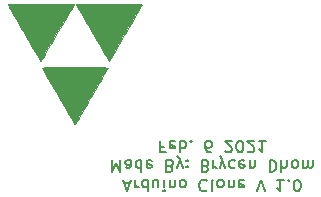
<source format=gbo>
%TF.GenerationSoftware,KiCad,Pcbnew,(5.1.6)-1*%
%TF.CreationDate,2021-02-06T14:44:40-06:00*%
%TF.ProjectId,Arduino_Clone,41726475-696e-46f5-9f43-6c6f6e652e6b,V 1.0*%
%TF.SameCoordinates,Original*%
%TF.FileFunction,Legend,Bot*%
%TF.FilePolarity,Positive*%
%FSLAX46Y46*%
G04 Gerber Fmt 4.6, Leading zero omitted, Abs format (unit mm)*
G04 Created by KiCad (PCBNEW (5.1.6)-1) date 2021-02-06 14:44:40*
%MOMM*%
%LPD*%
G01*
G04 APERTURE LIST*
%ADD10C,0.150000*%
%ADD11C,0.010000*%
G04 APERTURE END LIST*
D10*
X113451619Y-88732333D02*
X113927809Y-88732333D01*
X113356380Y-88446619D02*
X113689714Y-89446619D01*
X114023047Y-88446619D01*
X114356380Y-88446619D02*
X114356380Y-89113285D01*
X114356380Y-88922809D02*
X114404000Y-89018047D01*
X114451619Y-89065666D01*
X114546857Y-89113285D01*
X114642095Y-89113285D01*
X115404000Y-88446619D02*
X115404000Y-89446619D01*
X115404000Y-88494238D02*
X115308761Y-88446619D01*
X115118285Y-88446619D01*
X115023047Y-88494238D01*
X114975428Y-88541857D01*
X114927809Y-88637095D01*
X114927809Y-88922809D01*
X114975428Y-89018047D01*
X115023047Y-89065666D01*
X115118285Y-89113285D01*
X115308761Y-89113285D01*
X115404000Y-89065666D01*
X116308761Y-89113285D02*
X116308761Y-88446619D01*
X115880190Y-89113285D02*
X115880190Y-88589476D01*
X115927809Y-88494238D01*
X116023047Y-88446619D01*
X116165904Y-88446619D01*
X116261142Y-88494238D01*
X116308761Y-88541857D01*
X116784952Y-88446619D02*
X116784952Y-89113285D01*
X116784952Y-89446619D02*
X116737333Y-89399000D01*
X116784952Y-89351380D01*
X116832571Y-89399000D01*
X116784952Y-89446619D01*
X116784952Y-89351380D01*
X117261142Y-89113285D02*
X117261142Y-88446619D01*
X117261142Y-89018047D02*
X117308761Y-89065666D01*
X117404000Y-89113285D01*
X117546857Y-89113285D01*
X117642095Y-89065666D01*
X117689714Y-88970428D01*
X117689714Y-88446619D01*
X118308761Y-88446619D02*
X118213523Y-88494238D01*
X118165904Y-88541857D01*
X118118285Y-88637095D01*
X118118285Y-88922809D01*
X118165904Y-89018047D01*
X118213523Y-89065666D01*
X118308761Y-89113285D01*
X118451619Y-89113285D01*
X118546857Y-89065666D01*
X118594476Y-89018047D01*
X118642095Y-88922809D01*
X118642095Y-88637095D01*
X118594476Y-88541857D01*
X118546857Y-88494238D01*
X118451619Y-88446619D01*
X118308761Y-88446619D01*
X120404000Y-88541857D02*
X120356380Y-88494238D01*
X120213523Y-88446619D01*
X120118285Y-88446619D01*
X119975428Y-88494238D01*
X119880190Y-88589476D01*
X119832571Y-88684714D01*
X119784952Y-88875190D01*
X119784952Y-89018047D01*
X119832571Y-89208523D01*
X119880190Y-89303761D01*
X119975428Y-89399000D01*
X120118285Y-89446619D01*
X120213523Y-89446619D01*
X120356380Y-89399000D01*
X120404000Y-89351380D01*
X120975428Y-88446619D02*
X120880190Y-88494238D01*
X120832571Y-88589476D01*
X120832571Y-89446619D01*
X121499238Y-88446619D02*
X121404000Y-88494238D01*
X121356380Y-88541857D01*
X121308761Y-88637095D01*
X121308761Y-88922809D01*
X121356380Y-89018047D01*
X121404000Y-89065666D01*
X121499238Y-89113285D01*
X121642095Y-89113285D01*
X121737333Y-89065666D01*
X121784952Y-89018047D01*
X121832571Y-88922809D01*
X121832571Y-88637095D01*
X121784952Y-88541857D01*
X121737333Y-88494238D01*
X121642095Y-88446619D01*
X121499238Y-88446619D01*
X122261142Y-89113285D02*
X122261142Y-88446619D01*
X122261142Y-89018047D02*
X122308761Y-89065666D01*
X122404000Y-89113285D01*
X122546857Y-89113285D01*
X122642095Y-89065666D01*
X122689714Y-88970428D01*
X122689714Y-88446619D01*
X123546857Y-88494238D02*
X123451619Y-88446619D01*
X123261142Y-88446619D01*
X123165904Y-88494238D01*
X123118285Y-88589476D01*
X123118285Y-88970428D01*
X123165904Y-89065666D01*
X123261142Y-89113285D01*
X123451619Y-89113285D01*
X123546857Y-89065666D01*
X123594476Y-88970428D01*
X123594476Y-88875190D01*
X123118285Y-88779952D01*
X124642095Y-89446619D02*
X124975428Y-88446619D01*
X125308761Y-89446619D01*
X126927809Y-88446619D02*
X126356380Y-88446619D01*
X126642095Y-88446619D02*
X126642095Y-89446619D01*
X126546857Y-89303761D01*
X126451619Y-89208523D01*
X126356380Y-89160904D01*
X127356380Y-88541857D02*
X127404000Y-88494238D01*
X127356380Y-88446619D01*
X127308761Y-88494238D01*
X127356380Y-88541857D01*
X127356380Y-88446619D01*
X128023047Y-89446619D02*
X128118285Y-89446619D01*
X128213523Y-89399000D01*
X128261142Y-89351380D01*
X128308761Y-89256142D01*
X128356380Y-89065666D01*
X128356380Y-88827571D01*
X128308761Y-88637095D01*
X128261142Y-88541857D01*
X128213523Y-88494238D01*
X128118285Y-88446619D01*
X128023047Y-88446619D01*
X127927809Y-88494238D01*
X127880190Y-88541857D01*
X127832571Y-88637095D01*
X127784952Y-88827571D01*
X127784952Y-89065666D01*
X127832571Y-89256142D01*
X127880190Y-89351380D01*
X127927809Y-89399000D01*
X128023047Y-89446619D01*
X112404000Y-86796619D02*
X112404000Y-87796619D01*
X112737333Y-87082333D01*
X113070666Y-87796619D01*
X113070666Y-86796619D01*
X113975428Y-86796619D02*
X113975428Y-87320428D01*
X113927809Y-87415666D01*
X113832571Y-87463285D01*
X113642095Y-87463285D01*
X113546857Y-87415666D01*
X113975428Y-86844238D02*
X113880190Y-86796619D01*
X113642095Y-86796619D01*
X113546857Y-86844238D01*
X113499238Y-86939476D01*
X113499238Y-87034714D01*
X113546857Y-87129952D01*
X113642095Y-87177571D01*
X113880190Y-87177571D01*
X113975428Y-87225190D01*
X114880190Y-86796619D02*
X114880190Y-87796619D01*
X114880190Y-86844238D02*
X114784952Y-86796619D01*
X114594476Y-86796619D01*
X114499238Y-86844238D01*
X114451619Y-86891857D01*
X114404000Y-86987095D01*
X114404000Y-87272809D01*
X114451619Y-87368047D01*
X114499238Y-87415666D01*
X114594476Y-87463285D01*
X114784952Y-87463285D01*
X114880190Y-87415666D01*
X115737333Y-86844238D02*
X115642095Y-86796619D01*
X115451619Y-86796619D01*
X115356380Y-86844238D01*
X115308761Y-86939476D01*
X115308761Y-87320428D01*
X115356380Y-87415666D01*
X115451619Y-87463285D01*
X115642095Y-87463285D01*
X115737333Y-87415666D01*
X115784952Y-87320428D01*
X115784952Y-87225190D01*
X115308761Y-87129952D01*
X117308761Y-87320428D02*
X117451619Y-87272809D01*
X117499238Y-87225190D01*
X117546857Y-87129952D01*
X117546857Y-86987095D01*
X117499238Y-86891857D01*
X117451619Y-86844238D01*
X117356380Y-86796619D01*
X116975428Y-86796619D01*
X116975428Y-87796619D01*
X117308761Y-87796619D01*
X117404000Y-87749000D01*
X117451619Y-87701380D01*
X117499238Y-87606142D01*
X117499238Y-87510904D01*
X117451619Y-87415666D01*
X117404000Y-87368047D01*
X117308761Y-87320428D01*
X116975428Y-87320428D01*
X117880190Y-87463285D02*
X118118285Y-86796619D01*
X118356380Y-87463285D02*
X118118285Y-86796619D01*
X118023047Y-86558523D01*
X117975428Y-86510904D01*
X117880190Y-86463285D01*
X118737333Y-86891857D02*
X118784952Y-86844238D01*
X118737333Y-86796619D01*
X118689714Y-86844238D01*
X118737333Y-86891857D01*
X118737333Y-86796619D01*
X118737333Y-87415666D02*
X118784952Y-87368047D01*
X118737333Y-87320428D01*
X118689714Y-87368047D01*
X118737333Y-87415666D01*
X118737333Y-87320428D01*
X120308761Y-87320428D02*
X120451619Y-87272809D01*
X120499238Y-87225190D01*
X120546857Y-87129952D01*
X120546857Y-86987095D01*
X120499238Y-86891857D01*
X120451619Y-86844238D01*
X120356380Y-86796619D01*
X119975428Y-86796619D01*
X119975428Y-87796619D01*
X120308761Y-87796619D01*
X120404000Y-87749000D01*
X120451619Y-87701380D01*
X120499238Y-87606142D01*
X120499238Y-87510904D01*
X120451619Y-87415666D01*
X120404000Y-87368047D01*
X120308761Y-87320428D01*
X119975428Y-87320428D01*
X120975428Y-86796619D02*
X120975428Y-87463285D01*
X120975428Y-87272809D02*
X121023047Y-87368047D01*
X121070666Y-87415666D01*
X121165904Y-87463285D01*
X121261142Y-87463285D01*
X121499238Y-87463285D02*
X121737333Y-86796619D01*
X121975428Y-87463285D02*
X121737333Y-86796619D01*
X121642095Y-86558523D01*
X121594476Y-86510904D01*
X121499238Y-86463285D01*
X122784952Y-86844238D02*
X122689714Y-86796619D01*
X122499238Y-86796619D01*
X122404000Y-86844238D01*
X122356380Y-86891857D01*
X122308761Y-86987095D01*
X122308761Y-87272809D01*
X122356380Y-87368047D01*
X122404000Y-87415666D01*
X122499238Y-87463285D01*
X122689714Y-87463285D01*
X122784952Y-87415666D01*
X123594476Y-86844238D02*
X123499238Y-86796619D01*
X123308761Y-86796619D01*
X123213523Y-86844238D01*
X123165904Y-86939476D01*
X123165904Y-87320428D01*
X123213523Y-87415666D01*
X123308761Y-87463285D01*
X123499238Y-87463285D01*
X123594476Y-87415666D01*
X123642095Y-87320428D01*
X123642095Y-87225190D01*
X123165904Y-87129952D01*
X124070666Y-87463285D02*
X124070666Y-86796619D01*
X124070666Y-87368047D02*
X124118285Y-87415666D01*
X124213523Y-87463285D01*
X124356380Y-87463285D01*
X124451619Y-87415666D01*
X124499238Y-87320428D01*
X124499238Y-86796619D01*
X125737333Y-86796619D02*
X125737333Y-87796619D01*
X125975428Y-87796619D01*
X126118285Y-87749000D01*
X126213523Y-87653761D01*
X126261142Y-87558523D01*
X126308761Y-87368047D01*
X126308761Y-87225190D01*
X126261142Y-87034714D01*
X126213523Y-86939476D01*
X126118285Y-86844238D01*
X125975428Y-86796619D01*
X125737333Y-86796619D01*
X126737333Y-86796619D02*
X126737333Y-87796619D01*
X127165904Y-86796619D02*
X127165904Y-87320428D01*
X127118285Y-87415666D01*
X127023047Y-87463285D01*
X126880190Y-87463285D01*
X126784952Y-87415666D01*
X126737333Y-87368047D01*
X127784952Y-86796619D02*
X127689714Y-86844238D01*
X127642095Y-86891857D01*
X127594476Y-86987095D01*
X127594476Y-87272809D01*
X127642095Y-87368047D01*
X127689714Y-87415666D01*
X127784952Y-87463285D01*
X127927809Y-87463285D01*
X128023047Y-87415666D01*
X128070666Y-87368047D01*
X128118285Y-87272809D01*
X128118285Y-86987095D01*
X128070666Y-86891857D01*
X128023047Y-86844238D01*
X127927809Y-86796619D01*
X127784952Y-86796619D01*
X128546857Y-86796619D02*
X128546857Y-87463285D01*
X128546857Y-87368047D02*
X128594476Y-87415666D01*
X128689714Y-87463285D01*
X128832571Y-87463285D01*
X128927809Y-87415666D01*
X128975428Y-87320428D01*
X128975428Y-86796619D01*
X128975428Y-87320428D02*
X129023047Y-87415666D01*
X129118285Y-87463285D01*
X129261142Y-87463285D01*
X129356380Y-87415666D01*
X129404000Y-87320428D01*
X129404000Y-86796619D01*
X116784952Y-85670428D02*
X116451619Y-85670428D01*
X116451619Y-85146619D02*
X116451619Y-86146619D01*
X116927809Y-86146619D01*
X117689714Y-85194238D02*
X117594476Y-85146619D01*
X117404000Y-85146619D01*
X117308761Y-85194238D01*
X117261142Y-85289476D01*
X117261142Y-85670428D01*
X117308761Y-85765666D01*
X117404000Y-85813285D01*
X117594476Y-85813285D01*
X117689714Y-85765666D01*
X117737333Y-85670428D01*
X117737333Y-85575190D01*
X117261142Y-85479952D01*
X118165904Y-85146619D02*
X118165904Y-86146619D01*
X118165904Y-85765666D02*
X118261142Y-85813285D01*
X118451619Y-85813285D01*
X118546857Y-85765666D01*
X118594476Y-85718047D01*
X118642095Y-85622809D01*
X118642095Y-85337095D01*
X118594476Y-85241857D01*
X118546857Y-85194238D01*
X118451619Y-85146619D01*
X118261142Y-85146619D01*
X118165904Y-85194238D01*
X119070666Y-85241857D02*
X119118285Y-85194238D01*
X119070666Y-85146619D01*
X119023047Y-85194238D01*
X119070666Y-85241857D01*
X119070666Y-85146619D01*
X120737333Y-86146619D02*
X120546857Y-86146619D01*
X120451619Y-86099000D01*
X120404000Y-86051380D01*
X120308761Y-85908523D01*
X120261142Y-85718047D01*
X120261142Y-85337095D01*
X120308761Y-85241857D01*
X120356380Y-85194238D01*
X120451619Y-85146619D01*
X120642095Y-85146619D01*
X120737333Y-85194238D01*
X120784952Y-85241857D01*
X120832571Y-85337095D01*
X120832571Y-85575190D01*
X120784952Y-85670428D01*
X120737333Y-85718047D01*
X120642095Y-85765666D01*
X120451619Y-85765666D01*
X120356380Y-85718047D01*
X120308761Y-85670428D01*
X120261142Y-85575190D01*
X121975428Y-86051380D02*
X122023047Y-86099000D01*
X122118285Y-86146619D01*
X122356380Y-86146619D01*
X122451619Y-86099000D01*
X122499238Y-86051380D01*
X122546857Y-85956142D01*
X122546857Y-85860904D01*
X122499238Y-85718047D01*
X121927809Y-85146619D01*
X122546857Y-85146619D01*
X123165904Y-86146619D02*
X123261142Y-86146619D01*
X123356380Y-86099000D01*
X123404000Y-86051380D01*
X123451619Y-85956142D01*
X123499238Y-85765666D01*
X123499238Y-85527571D01*
X123451619Y-85337095D01*
X123404000Y-85241857D01*
X123356380Y-85194238D01*
X123261142Y-85146619D01*
X123165904Y-85146619D01*
X123070666Y-85194238D01*
X123023047Y-85241857D01*
X122975428Y-85337095D01*
X122927809Y-85527571D01*
X122927809Y-85765666D01*
X122975428Y-85956142D01*
X123023047Y-86051380D01*
X123070666Y-86099000D01*
X123165904Y-86146619D01*
X123880190Y-86051380D02*
X123927809Y-86099000D01*
X124023047Y-86146619D01*
X124261142Y-86146619D01*
X124356380Y-86099000D01*
X124404000Y-86051380D01*
X124451619Y-85956142D01*
X124451619Y-85860904D01*
X124404000Y-85718047D01*
X123832571Y-85146619D01*
X124451619Y-85146619D01*
X125404000Y-85146619D02*
X124832571Y-85146619D01*
X125118285Y-85146619D02*
X125118285Y-86146619D01*
X125023047Y-86003761D01*
X124927809Y-85908523D01*
X124832571Y-85860904D01*
D11*
%TO.C,G\u002A\u002A\u002A*%
G36*
X106354576Y-78398928D02*
G01*
X106375614Y-78368659D01*
X106409919Y-78314757D01*
X106459143Y-78234393D01*
X106524938Y-78124741D01*
X106608957Y-77982975D01*
X106712852Y-77806267D01*
X106838275Y-77591791D01*
X106986878Y-77336718D01*
X107160313Y-77038224D01*
X107360233Y-76693480D01*
X107588289Y-76299660D01*
X107846134Y-75853937D01*
X108135419Y-75353483D01*
X108457798Y-74795473D01*
X108551253Y-74633667D01*
X108660385Y-74444819D01*
X108777396Y-74242517D01*
X108887201Y-74052834D01*
X108964348Y-73919711D01*
X109143136Y-73611450D01*
X106356398Y-73602211D01*
X105919532Y-73600903D01*
X105503414Y-73599929D01*
X105113389Y-73599286D01*
X104754799Y-73598969D01*
X104432986Y-73598975D01*
X104153293Y-73599300D01*
X103921064Y-73599940D01*
X103741640Y-73600890D01*
X103620364Y-73602148D01*
X103562579Y-73603708D01*
X103558366Y-73604275D01*
X103559306Y-73612973D01*
X103569373Y-73636390D01*
X103591056Y-73678899D01*
X103626843Y-73744875D01*
X103679222Y-73838692D01*
X103750679Y-73964725D01*
X103843704Y-74127347D01*
X103960783Y-74330934D01*
X104104404Y-74579859D01*
X104277056Y-74878497D01*
X104481226Y-75231222D01*
X104615290Y-75462694D01*
X104691603Y-75594497D01*
X104795389Y-75773843D01*
X104918817Y-75987190D01*
X105054051Y-76220997D01*
X105193258Y-76461721D01*
X105278540Y-76609222D01*
X105512955Y-77013915D01*
X105720849Y-77371226D01*
X105901040Y-77679160D01*
X106052346Y-77935724D01*
X106173584Y-78138923D01*
X106263573Y-78286762D01*
X106321128Y-78377247D01*
X106345069Y-78408384D01*
X106345154Y-78408389D01*
X106354576Y-78398928D01*
G37*
X106354576Y-78398928D02*
X106375614Y-78368659D01*
X106409919Y-78314757D01*
X106459143Y-78234393D01*
X106524938Y-78124741D01*
X106608957Y-77982975D01*
X106712852Y-77806267D01*
X106838275Y-77591791D01*
X106986878Y-77336718D01*
X107160313Y-77038224D01*
X107360233Y-76693480D01*
X107588289Y-76299660D01*
X107846134Y-75853937D01*
X108135419Y-75353483D01*
X108457798Y-74795473D01*
X108551253Y-74633667D01*
X108660385Y-74444819D01*
X108777396Y-74242517D01*
X108887201Y-74052834D01*
X108964348Y-73919711D01*
X109143136Y-73611450D01*
X106356398Y-73602211D01*
X105919532Y-73600903D01*
X105503414Y-73599929D01*
X105113389Y-73599286D01*
X104754799Y-73598969D01*
X104432986Y-73598975D01*
X104153293Y-73599300D01*
X103921064Y-73599940D01*
X103741640Y-73600890D01*
X103620364Y-73602148D01*
X103562579Y-73603708D01*
X103558366Y-73604275D01*
X103559306Y-73612973D01*
X103569373Y-73636390D01*
X103591056Y-73678899D01*
X103626843Y-73744875D01*
X103679222Y-73838692D01*
X103750679Y-73964725D01*
X103843704Y-74127347D01*
X103960783Y-74330934D01*
X104104404Y-74579859D01*
X104277056Y-74878497D01*
X104481226Y-75231222D01*
X104615290Y-75462694D01*
X104691603Y-75594497D01*
X104795389Y-75773843D01*
X104918817Y-75987190D01*
X105054051Y-76220997D01*
X105193258Y-76461721D01*
X105278540Y-76609222D01*
X105512955Y-77013915D01*
X105720849Y-77371226D01*
X105901040Y-77679160D01*
X106052346Y-77935724D01*
X106173584Y-78138923D01*
X106263573Y-78286762D01*
X106321128Y-78377247D01*
X106345069Y-78408384D01*
X106345154Y-78408389D01*
X106354576Y-78398928D01*
G36*
X112139071Y-78386455D02*
G01*
X112159463Y-78359417D01*
X112191404Y-78311274D01*
X112237034Y-78238398D01*
X112298491Y-78137161D01*
X112377913Y-78003933D01*
X112477440Y-77835086D01*
X112599209Y-77626990D01*
X112745360Y-77376018D01*
X112918031Y-77078539D01*
X113119361Y-76730926D01*
X113351488Y-76329549D01*
X113616551Y-75870779D01*
X113628119Y-75850750D01*
X113782898Y-75582977D01*
X113955866Y-75284097D01*
X114134387Y-74975925D01*
X114305822Y-74680274D01*
X114457532Y-74418959D01*
X114488044Y-74366459D01*
X114605034Y-74163859D01*
X114709100Y-73981052D01*
X114795259Y-73827004D01*
X114858530Y-73710683D01*
X114893928Y-73641056D01*
X114899724Y-73625626D01*
X114865528Y-73621589D01*
X114767269Y-73617688D01*
X114611438Y-73613946D01*
X114404526Y-73610388D01*
X114153026Y-73607040D01*
X113863430Y-73603924D01*
X113542228Y-73601067D01*
X113195913Y-73598492D01*
X112830976Y-73596224D01*
X112453910Y-73594289D01*
X112071206Y-73592709D01*
X111689355Y-73591511D01*
X111314850Y-73590719D01*
X110954182Y-73590357D01*
X110613843Y-73590450D01*
X110300325Y-73591022D01*
X110020119Y-73592098D01*
X109779718Y-73593704D01*
X109585612Y-73595862D01*
X109444294Y-73598599D01*
X109362256Y-73601938D01*
X109343647Y-73604561D01*
X109358107Y-73637770D01*
X109406963Y-73729459D01*
X109488874Y-73877273D01*
X109602495Y-74078859D01*
X109746484Y-74331861D01*
X109919499Y-74633925D01*
X110120196Y-74982697D01*
X110347233Y-75375822D01*
X110599267Y-75810947D01*
X110757829Y-76084145D01*
X110850892Y-76244720D01*
X110971195Y-76452815D01*
X111110851Y-76694758D01*
X111261973Y-76956876D01*
X111416674Y-77225500D01*
X111565972Y-77485050D01*
X111699481Y-77715173D01*
X111822788Y-77923637D01*
X111931324Y-78103038D01*
X112020519Y-78245970D01*
X112085804Y-78345031D01*
X112122612Y-78392815D01*
X112128091Y-78396018D01*
X112139071Y-78386455D01*
G37*
X112139071Y-78386455D02*
X112159463Y-78359417D01*
X112191404Y-78311274D01*
X112237034Y-78238398D01*
X112298491Y-78137161D01*
X112377913Y-78003933D01*
X112477440Y-77835086D01*
X112599209Y-77626990D01*
X112745360Y-77376018D01*
X112918031Y-77078539D01*
X113119361Y-76730926D01*
X113351488Y-76329549D01*
X113616551Y-75870779D01*
X113628119Y-75850750D01*
X113782898Y-75582977D01*
X113955866Y-75284097D01*
X114134387Y-74975925D01*
X114305822Y-74680274D01*
X114457532Y-74418959D01*
X114488044Y-74366459D01*
X114605034Y-74163859D01*
X114709100Y-73981052D01*
X114795259Y-73827004D01*
X114858530Y-73710683D01*
X114893928Y-73641056D01*
X114899724Y-73625626D01*
X114865528Y-73621589D01*
X114767269Y-73617688D01*
X114611438Y-73613946D01*
X114404526Y-73610388D01*
X114153026Y-73607040D01*
X113863430Y-73603924D01*
X113542228Y-73601067D01*
X113195913Y-73598492D01*
X112830976Y-73596224D01*
X112453910Y-73594289D01*
X112071206Y-73592709D01*
X111689355Y-73591511D01*
X111314850Y-73590719D01*
X110954182Y-73590357D01*
X110613843Y-73590450D01*
X110300325Y-73591022D01*
X110020119Y-73592098D01*
X109779718Y-73593704D01*
X109585612Y-73595862D01*
X109444294Y-73598599D01*
X109362256Y-73601938D01*
X109343647Y-73604561D01*
X109358107Y-73637770D01*
X109406963Y-73729459D01*
X109488874Y-73877273D01*
X109602495Y-74078859D01*
X109746484Y-74331861D01*
X109919499Y-74633925D01*
X110120196Y-74982697D01*
X110347233Y-75375822D01*
X110599267Y-75810947D01*
X110757829Y-76084145D01*
X110850892Y-76244720D01*
X110971195Y-76452815D01*
X111110851Y-76694758D01*
X111261973Y-76956876D01*
X111416674Y-77225500D01*
X111565972Y-77485050D01*
X111699481Y-77715173D01*
X111822788Y-77923637D01*
X111931324Y-78103038D01*
X112020519Y-78245970D01*
X112085804Y-78345031D01*
X112122612Y-78392815D01*
X112128091Y-78396018D01*
X112139071Y-78386455D01*
G36*
X109242991Y-83726601D02*
G01*
X109297294Y-83653395D01*
X109374946Y-83535769D01*
X109470355Y-83382281D01*
X109577933Y-83201485D01*
X109609486Y-83147112D01*
X109734232Y-82931139D01*
X109861009Y-82711932D01*
X109980421Y-82505720D01*
X110083071Y-82328732D01*
X110157488Y-82200750D01*
X110234911Y-82067716D01*
X110341179Y-81884840D01*
X110469786Y-81663344D01*
X110614225Y-81414444D01*
X110767989Y-81149362D01*
X110924572Y-80879315D01*
X111077466Y-80615523D01*
X111220165Y-80369205D01*
X111346162Y-80151580D01*
X111430568Y-80005668D01*
X111536401Y-79822615D01*
X111657201Y-79613672D01*
X111772622Y-79414030D01*
X111813253Y-79343751D01*
X111891827Y-79204763D01*
X111955083Y-79087016D01*
X111995689Y-79004533D01*
X112006944Y-78973140D01*
X111971702Y-78965616D01*
X111866104Y-78958979D01*
X111690347Y-78953232D01*
X111444624Y-78948376D01*
X111129130Y-78944414D01*
X110744062Y-78941349D01*
X110289613Y-78939184D01*
X109765978Y-78937920D01*
X109237639Y-78937556D01*
X108680180Y-78937894D01*
X108191034Y-78938932D01*
X107767960Y-78940698D01*
X107408720Y-78943225D01*
X107111073Y-78946542D01*
X106872780Y-78950683D01*
X106691601Y-78955676D01*
X106565295Y-78961554D01*
X106491624Y-78968347D01*
X106468333Y-78975886D01*
X106485205Y-79018201D01*
X106531774Y-79109995D01*
X106601974Y-79239933D01*
X106689738Y-79396674D01*
X106746780Y-79496233D01*
X107128322Y-80156523D01*
X107479335Y-80763579D01*
X107799397Y-81316676D01*
X108088089Y-81815091D01*
X108344990Y-82258100D01*
X108569677Y-82644978D01*
X108761732Y-82975003D01*
X108920732Y-83247449D01*
X109046257Y-83461593D01*
X109137887Y-83616712D01*
X109195200Y-83712080D01*
X109217627Y-83746834D01*
X109242991Y-83726601D01*
G37*
X109242991Y-83726601D02*
X109297294Y-83653395D01*
X109374946Y-83535769D01*
X109470355Y-83382281D01*
X109577933Y-83201485D01*
X109609486Y-83147112D01*
X109734232Y-82931139D01*
X109861009Y-82711932D01*
X109980421Y-82505720D01*
X110083071Y-82328732D01*
X110157488Y-82200750D01*
X110234911Y-82067716D01*
X110341179Y-81884840D01*
X110469786Y-81663344D01*
X110614225Y-81414444D01*
X110767989Y-81149362D01*
X110924572Y-80879315D01*
X111077466Y-80615523D01*
X111220165Y-80369205D01*
X111346162Y-80151580D01*
X111430568Y-80005668D01*
X111536401Y-79822615D01*
X111657201Y-79613672D01*
X111772622Y-79414030D01*
X111813253Y-79343751D01*
X111891827Y-79204763D01*
X111955083Y-79087016D01*
X111995689Y-79004533D01*
X112006944Y-78973140D01*
X111971702Y-78965616D01*
X111866104Y-78958979D01*
X111690347Y-78953232D01*
X111444624Y-78948376D01*
X111129130Y-78944414D01*
X110744062Y-78941349D01*
X110289613Y-78939184D01*
X109765978Y-78937920D01*
X109237639Y-78937556D01*
X108680180Y-78937894D01*
X108191034Y-78938932D01*
X107767960Y-78940698D01*
X107408720Y-78943225D01*
X107111073Y-78946542D01*
X106872780Y-78950683D01*
X106691601Y-78955676D01*
X106565295Y-78961554D01*
X106491624Y-78968347D01*
X106468333Y-78975886D01*
X106485205Y-79018201D01*
X106531774Y-79109995D01*
X106601974Y-79239933D01*
X106689738Y-79396674D01*
X106746780Y-79496233D01*
X107128322Y-80156523D01*
X107479335Y-80763579D01*
X107799397Y-81316676D01*
X108088089Y-81815091D01*
X108344990Y-82258100D01*
X108569677Y-82644978D01*
X108761732Y-82975003D01*
X108920732Y-83247449D01*
X109046257Y-83461593D01*
X109137887Y-83616712D01*
X109195200Y-83712080D01*
X109217627Y-83746834D01*
X109242991Y-83726601D01*
%TD*%
M02*

</source>
